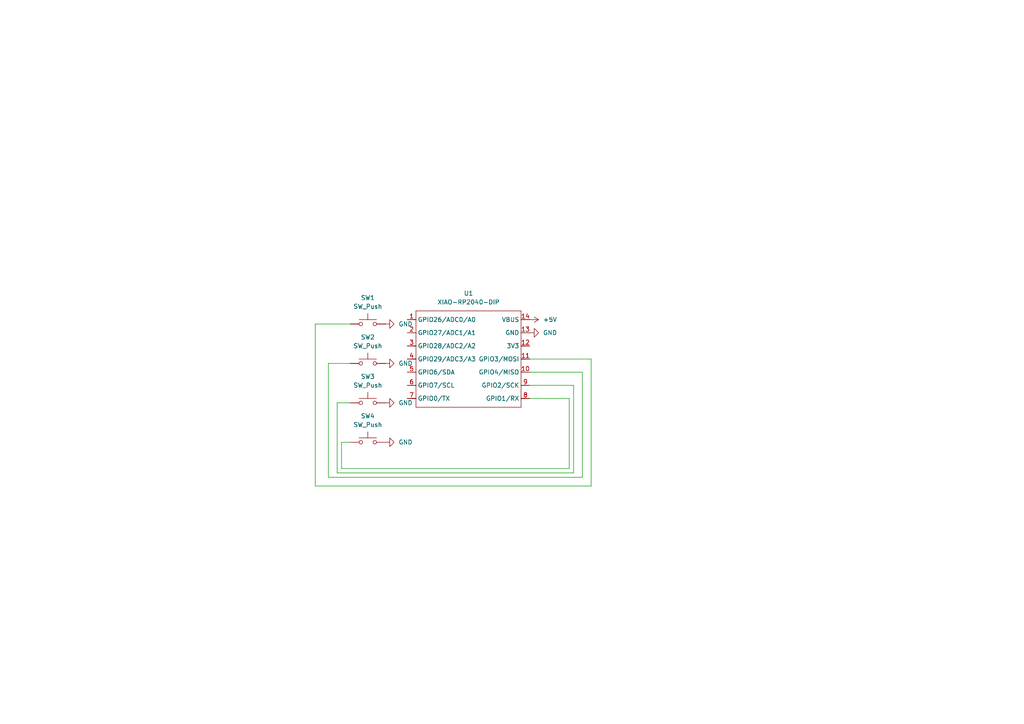
<source format=kicad_sch>
(kicad_sch
	(version 20250114)
	(generator "eeschema")
	(generator_version "9.0")
	(uuid "f2eab8d4-37c9-47e9-8764-35cc15621650")
	(paper "A4")
	(lib_symbols
		(symbol "Switch:SW_Push"
			(pin_numbers
				(hide yes)
			)
			(pin_names
				(offset 1.016)
				(hide yes)
			)
			(exclude_from_sim no)
			(in_bom yes)
			(on_board yes)
			(property "Reference" "SW"
				(at 1.27 2.54 0)
				(effects
					(font
						(size 1.27 1.27)
					)
					(justify left)
				)
			)
			(property "Value" "SW_Push"
				(at 0 -1.524 0)
				(effects
					(font
						(size 1.27 1.27)
					)
				)
			)
			(property "Footprint" ""
				(at 0 5.08 0)
				(effects
					(font
						(size 1.27 1.27)
					)
					(hide yes)
				)
			)
			(property "Datasheet" "~"
				(at 0 5.08 0)
				(effects
					(font
						(size 1.27 1.27)
					)
					(hide yes)
				)
			)
			(property "Description" "Push button switch, generic, two pins"
				(at 0 0 0)
				(effects
					(font
						(size 1.27 1.27)
					)
					(hide yes)
				)
			)
			(property "ki_keywords" "switch normally-open pushbutton push-button"
				(at 0 0 0)
				(effects
					(font
						(size 1.27 1.27)
					)
					(hide yes)
				)
			)
			(symbol "SW_Push_0_1"
				(circle
					(center -2.032 0)
					(radius 0.508)
					(stroke
						(width 0)
						(type default)
					)
					(fill
						(type none)
					)
				)
				(polyline
					(pts
						(xy 0 1.27) (xy 0 3.048)
					)
					(stroke
						(width 0)
						(type default)
					)
					(fill
						(type none)
					)
				)
				(circle
					(center 2.032 0)
					(radius 0.508)
					(stroke
						(width 0)
						(type default)
					)
					(fill
						(type none)
					)
				)
				(polyline
					(pts
						(xy 2.54 1.27) (xy -2.54 1.27)
					)
					(stroke
						(width 0)
						(type default)
					)
					(fill
						(type none)
					)
				)
				(pin passive line
					(at -5.08 0 0)
					(length 2.54)
					(name "1"
						(effects
							(font
								(size 1.27 1.27)
							)
						)
					)
					(number "1"
						(effects
							(font
								(size 1.27 1.27)
							)
						)
					)
				)
				(pin passive line
					(at 5.08 0 180)
					(length 2.54)
					(name "2"
						(effects
							(font
								(size 1.27 1.27)
							)
						)
					)
					(number "2"
						(effects
							(font
								(size 1.27 1.27)
							)
						)
					)
				)
			)
			(embedded_fonts no)
		)
		(symbol "macropad:XIAO-RP2040-DIP"
			(exclude_from_sim no)
			(in_bom yes)
			(on_board yes)
			(property "Reference" "U"
				(at 0 0 0)
				(effects
					(font
						(size 1.27 1.27)
					)
				)
			)
			(property "Value" "XIAO-RP2040-DIP"
				(at 5.334 -1.778 0)
				(effects
					(font
						(size 1.27 1.27)
					)
				)
			)
			(property "Footprint" "Module:MOUDLE14P-XIAO-DIP-SMD"
				(at 14.478 -32.258 0)
				(effects
					(font
						(size 1.27 1.27)
					)
					(hide yes)
				)
			)
			(property "Datasheet" ""
				(at 0 0 0)
				(effects
					(font
						(size 1.27 1.27)
					)
					(hide yes)
				)
			)
			(property "Description" ""
				(at 0 0 0)
				(effects
					(font
						(size 1.27 1.27)
					)
					(hide yes)
				)
			)
			(symbol "XIAO-RP2040-DIP_1_0"
				(polyline
					(pts
						(xy -1.27 -2.54) (xy 29.21 -2.54)
					)
					(stroke
						(width 0.1524)
						(type solid)
					)
					(fill
						(type none)
					)
				)
				(polyline
					(pts
						(xy -1.27 -5.08) (xy -2.54 -5.08)
					)
					(stroke
						(width 0.1524)
						(type solid)
					)
					(fill
						(type none)
					)
				)
				(polyline
					(pts
						(xy -1.27 -5.08) (xy -1.27 -2.54)
					)
					(stroke
						(width 0.1524)
						(type solid)
					)
					(fill
						(type none)
					)
				)
				(polyline
					(pts
						(xy -1.27 -8.89) (xy -2.54 -8.89)
					)
					(stroke
						(width 0.1524)
						(type solid)
					)
					(fill
						(type none)
					)
				)
				(polyline
					(pts
						(xy -1.27 -8.89) (xy -1.27 -5.08)
					)
					(stroke
						(width 0.1524)
						(type solid)
					)
					(fill
						(type none)
					)
				)
				(polyline
					(pts
						(xy -1.27 -12.7) (xy -2.54 -12.7)
					)
					(stroke
						(width 0.1524)
						(type solid)
					)
					(fill
						(type none)
					)
				)
				(polyline
					(pts
						(xy -1.27 -12.7) (xy -1.27 -8.89)
					)
					(stroke
						(width 0.1524)
						(type solid)
					)
					(fill
						(type none)
					)
				)
				(polyline
					(pts
						(xy -1.27 -16.51) (xy -2.54 -16.51)
					)
					(stroke
						(width 0.1524)
						(type solid)
					)
					(fill
						(type none)
					)
				)
				(polyline
					(pts
						(xy -1.27 -16.51) (xy -1.27 -12.7)
					)
					(stroke
						(width 0.1524)
						(type solid)
					)
					(fill
						(type none)
					)
				)
				(polyline
					(pts
						(xy -1.27 -20.32) (xy -2.54 -20.32)
					)
					(stroke
						(width 0.1524)
						(type solid)
					)
					(fill
						(type none)
					)
				)
				(polyline
					(pts
						(xy -1.27 -24.13) (xy -2.54 -24.13)
					)
					(stroke
						(width 0.1524)
						(type solid)
					)
					(fill
						(type none)
					)
				)
				(polyline
					(pts
						(xy -1.27 -27.94) (xy -2.54 -27.94)
					)
					(stroke
						(width 0.1524)
						(type solid)
					)
					(fill
						(type none)
					)
				)
				(polyline
					(pts
						(xy -1.27 -30.48) (xy -1.27 -16.51)
					)
					(stroke
						(width 0.1524)
						(type solid)
					)
					(fill
						(type none)
					)
				)
				(polyline
					(pts
						(xy 29.21 -2.54) (xy 29.21 -5.08)
					)
					(stroke
						(width 0.1524)
						(type solid)
					)
					(fill
						(type none)
					)
				)
				(polyline
					(pts
						(xy 29.21 -5.08) (xy 29.21 -8.89)
					)
					(stroke
						(width 0.1524)
						(type solid)
					)
					(fill
						(type none)
					)
				)
				(polyline
					(pts
						(xy 29.21 -8.89) (xy 29.21 -12.7)
					)
					(stroke
						(width 0.1524)
						(type solid)
					)
					(fill
						(type none)
					)
				)
				(polyline
					(pts
						(xy 29.21 -12.7) (xy 29.21 -30.48)
					)
					(stroke
						(width 0.1524)
						(type solid)
					)
					(fill
						(type none)
					)
				)
				(polyline
					(pts
						(xy 29.21 -30.48) (xy -1.27 -30.48)
					)
					(stroke
						(width 0.1524)
						(type solid)
					)
					(fill
						(type none)
					)
				)
				(polyline
					(pts
						(xy 30.48 -5.08) (xy 29.21 -5.08)
					)
					(stroke
						(width 0.1524)
						(type solid)
					)
					(fill
						(type none)
					)
				)
				(polyline
					(pts
						(xy 30.48 -8.89) (xy 29.21 -8.89)
					)
					(stroke
						(width 0.1524)
						(type solid)
					)
					(fill
						(type none)
					)
				)
				(polyline
					(pts
						(xy 30.48 -12.7) (xy 29.21 -12.7)
					)
					(stroke
						(width 0.1524)
						(type solid)
					)
					(fill
						(type none)
					)
				)
				(polyline
					(pts
						(xy 30.48 -16.51) (xy 29.21 -16.51)
					)
					(stroke
						(width 0.1524)
						(type solid)
					)
					(fill
						(type none)
					)
				)
				(polyline
					(pts
						(xy 30.48 -20.32) (xy 29.21 -20.32)
					)
					(stroke
						(width 0.1524)
						(type solid)
					)
					(fill
						(type none)
					)
				)
				(polyline
					(pts
						(xy 30.48 -24.13) (xy 29.21 -24.13)
					)
					(stroke
						(width 0.1524)
						(type solid)
					)
					(fill
						(type none)
					)
				)
				(polyline
					(pts
						(xy 30.48 -27.94) (xy 29.21 -27.94)
					)
					(stroke
						(width 0.1524)
						(type solid)
					)
					(fill
						(type none)
					)
				)
				(pin passive line
					(at -3.81 -5.08 0)
					(length 2.54)
					(name "GPIO26/ADC0/A0"
						(effects
							(font
								(size 1.27 1.27)
							)
						)
					)
					(number "1"
						(effects
							(font
								(size 1.27 1.27)
							)
						)
					)
				)
				(pin passive line
					(at -3.81 -8.89 0)
					(length 2.54)
					(name "GPIO27/ADC1/A1"
						(effects
							(font
								(size 1.27 1.27)
							)
						)
					)
					(number "2"
						(effects
							(font
								(size 1.27 1.27)
							)
						)
					)
				)
				(pin passive line
					(at -3.81 -12.7 0)
					(length 2.54)
					(name "GPIO28/ADC2/A2"
						(effects
							(font
								(size 1.27 1.27)
							)
						)
					)
					(number "3"
						(effects
							(font
								(size 1.27 1.27)
							)
						)
					)
				)
				(pin passive line
					(at -3.81 -16.51 0)
					(length 2.54)
					(name "GPIO29/ADC3/A3"
						(effects
							(font
								(size 1.27 1.27)
							)
						)
					)
					(number "4"
						(effects
							(font
								(size 1.27 1.27)
							)
						)
					)
				)
				(pin passive line
					(at -3.81 -20.32 0)
					(length 2.54)
					(name "GPIO6/SDA"
						(effects
							(font
								(size 1.27 1.27)
							)
						)
					)
					(number "5"
						(effects
							(font
								(size 1.27 1.27)
							)
						)
					)
				)
				(pin passive line
					(at -3.81 -24.13 0)
					(length 2.54)
					(name "GPIO7/SCL"
						(effects
							(font
								(size 1.27 1.27)
							)
						)
					)
					(number "6"
						(effects
							(font
								(size 1.27 1.27)
							)
						)
					)
				)
				(pin passive line
					(at -3.81 -27.94 0)
					(length 2.54)
					(name "GPIO0/TX"
						(effects
							(font
								(size 1.27 1.27)
							)
						)
					)
					(number "7"
						(effects
							(font
								(size 1.27 1.27)
							)
						)
					)
				)
				(pin passive line
					(at 31.75 -5.08 180)
					(length 2.54)
					(name "VBUS"
						(effects
							(font
								(size 1.27 1.27)
							)
						)
					)
					(number "14"
						(effects
							(font
								(size 1.27 1.27)
							)
						)
					)
				)
				(pin passive line
					(at 31.75 -8.89 180)
					(length 2.54)
					(name "GND"
						(effects
							(font
								(size 1.27 1.27)
							)
						)
					)
					(number "13"
						(effects
							(font
								(size 1.27 1.27)
							)
						)
					)
				)
				(pin passive line
					(at 31.75 -12.7 180)
					(length 2.54)
					(name "3V3"
						(effects
							(font
								(size 1.27 1.27)
							)
						)
					)
					(number "12"
						(effects
							(font
								(size 1.27 1.27)
							)
						)
					)
				)
				(pin passive line
					(at 31.75 -16.51 180)
					(length 2.54)
					(name "GPIO3/MOSI"
						(effects
							(font
								(size 1.27 1.27)
							)
						)
					)
					(number "11"
						(effects
							(font
								(size 1.27 1.27)
							)
						)
					)
				)
				(pin passive line
					(at 31.75 -20.32 180)
					(length 2.54)
					(name "GPIO4/MISO"
						(effects
							(font
								(size 1.27 1.27)
							)
						)
					)
					(number "10"
						(effects
							(font
								(size 1.27 1.27)
							)
						)
					)
				)
				(pin passive line
					(at 31.75 -24.13 180)
					(length 2.54)
					(name "GPIO2/SCK"
						(effects
							(font
								(size 1.27 1.27)
							)
						)
					)
					(number "9"
						(effects
							(font
								(size 1.27 1.27)
							)
						)
					)
				)
				(pin passive line
					(at 31.75 -27.94 180)
					(length 2.54)
					(name "GPIO1/RX"
						(effects
							(font
								(size 1.27 1.27)
							)
						)
					)
					(number "8"
						(effects
							(font
								(size 1.27 1.27)
							)
						)
					)
				)
			)
			(embedded_fonts no)
		)
		(symbol "power:+5V"
			(power)
			(pin_numbers
				(hide yes)
			)
			(pin_names
				(offset 0)
				(hide yes)
			)
			(exclude_from_sim no)
			(in_bom yes)
			(on_board yes)
			(property "Reference" "#PWR"
				(at 0 -3.81 0)
				(effects
					(font
						(size 1.27 1.27)
					)
					(hide yes)
				)
			)
			(property "Value" "+5V"
				(at 0 3.556 0)
				(effects
					(font
						(size 1.27 1.27)
					)
				)
			)
			(property "Footprint" ""
				(at 0 0 0)
				(effects
					(font
						(size 1.27 1.27)
					)
					(hide yes)
				)
			)
			(property "Datasheet" ""
				(at 0 0 0)
				(effects
					(font
						(size 1.27 1.27)
					)
					(hide yes)
				)
			)
			(property "Description" "Power symbol creates a global label with name \"+5V\""
				(at 0 0 0)
				(effects
					(font
						(size 1.27 1.27)
					)
					(hide yes)
				)
			)
			(property "ki_keywords" "global power"
				(at 0 0 0)
				(effects
					(font
						(size 1.27 1.27)
					)
					(hide yes)
				)
			)
			(symbol "+5V_0_1"
				(polyline
					(pts
						(xy -0.762 1.27) (xy 0 2.54)
					)
					(stroke
						(width 0)
						(type default)
					)
					(fill
						(type none)
					)
				)
				(polyline
					(pts
						(xy 0 2.54) (xy 0.762 1.27)
					)
					(stroke
						(width 0)
						(type default)
					)
					(fill
						(type none)
					)
				)
				(polyline
					(pts
						(xy 0 0) (xy 0 2.54)
					)
					(stroke
						(width 0)
						(type default)
					)
					(fill
						(type none)
					)
				)
			)
			(symbol "+5V_1_1"
				(pin power_in line
					(at 0 0 90)
					(length 0)
					(name "~"
						(effects
							(font
								(size 1.27 1.27)
							)
						)
					)
					(number "1"
						(effects
							(font
								(size 1.27 1.27)
							)
						)
					)
				)
			)
			(embedded_fonts no)
		)
		(symbol "power:GND"
			(power)
			(pin_numbers
				(hide yes)
			)
			(pin_names
				(offset 0)
				(hide yes)
			)
			(exclude_from_sim no)
			(in_bom yes)
			(on_board yes)
			(property "Reference" "#PWR"
				(at 0 -6.35 0)
				(effects
					(font
						(size 1.27 1.27)
					)
					(hide yes)
				)
			)
			(property "Value" "GND"
				(at 0 -3.81 0)
				(effects
					(font
						(size 1.27 1.27)
					)
				)
			)
			(property "Footprint" ""
				(at 0 0 0)
				(effects
					(font
						(size 1.27 1.27)
					)
					(hide yes)
				)
			)
			(property "Datasheet" ""
				(at 0 0 0)
				(effects
					(font
						(size 1.27 1.27)
					)
					(hide yes)
				)
			)
			(property "Description" "Power symbol creates a global label with name \"GND\" , ground"
				(at 0 0 0)
				(effects
					(font
						(size 1.27 1.27)
					)
					(hide yes)
				)
			)
			(property "ki_keywords" "global power"
				(at 0 0 0)
				(effects
					(font
						(size 1.27 1.27)
					)
					(hide yes)
				)
			)
			(symbol "GND_0_1"
				(polyline
					(pts
						(xy 0 0) (xy 0 -1.27) (xy 1.27 -1.27) (xy 0 -2.54) (xy -1.27 -1.27) (xy 0 -1.27)
					)
					(stroke
						(width 0)
						(type default)
					)
					(fill
						(type none)
					)
				)
			)
			(symbol "GND_1_1"
				(pin power_in line
					(at 0 0 270)
					(length 0)
					(name "~"
						(effects
							(font
								(size 1.27 1.27)
							)
						)
					)
					(number "1"
						(effects
							(font
								(size 1.27 1.27)
							)
						)
					)
				)
			)
			(embedded_fonts no)
		)
	)
	(wire
		(pts
			(xy 171.45 104.14) (xy 171.45 140.97)
		)
		(stroke
			(width 0)
			(type default)
		)
		(uuid "14d18499-a581-4a32-a766-e388fe3f9038")
	)
	(wire
		(pts
			(xy 171.45 140.97) (xy 91.44 140.97)
		)
		(stroke
			(width 0)
			(type default)
		)
		(uuid "20d21836-47b2-4ac3-851f-71dac71555a2")
	)
	(wire
		(pts
			(xy 153.67 104.14) (xy 171.45 104.14)
		)
		(stroke
			(width 0)
			(type default)
		)
		(uuid "25fb12d2-0784-4f92-a309-97e6b936e809")
	)
	(wire
		(pts
			(xy 153.67 115.57) (xy 165.1 115.57)
		)
		(stroke
			(width 0)
			(type default)
		)
		(uuid "3662c1c7-257a-415e-9611-c788eba5bf36")
	)
	(wire
		(pts
			(xy 99.06 128.27) (xy 101.6 128.27)
		)
		(stroke
			(width 0)
			(type default)
		)
		(uuid "3924e089-b060-4ed0-a8d0-b7bfd98620a7")
	)
	(wire
		(pts
			(xy 99.06 135.89) (xy 99.06 128.27)
		)
		(stroke
			(width 0)
			(type default)
		)
		(uuid "3f2002bf-da27-4562-a749-70107f552b8b")
	)
	(wire
		(pts
			(xy 165.1 135.89) (xy 99.06 135.89)
		)
		(stroke
			(width 0)
			(type default)
		)
		(uuid "4d1f02fa-b38f-4d34-9fca-69d8175ada56")
	)
	(wire
		(pts
			(xy 168.91 107.95) (xy 168.91 138.43)
		)
		(stroke
			(width 0)
			(type default)
		)
		(uuid "5c7ab1cc-5a3f-4af9-b636-a4a300e4b99d")
	)
	(wire
		(pts
			(xy 97.79 137.16) (xy 97.79 116.84)
		)
		(stroke
			(width 0)
			(type default)
		)
		(uuid "8325b7aa-a57a-4a36-97c5-7e32fd05c321")
	)
	(wire
		(pts
			(xy 91.44 93.98) (xy 101.6 93.98)
		)
		(stroke
			(width 0)
			(type default)
		)
		(uuid "8b1d11cc-a0f0-4805-b9f8-e960a9c71964")
	)
	(wire
		(pts
			(xy 97.79 116.84) (xy 101.6 116.84)
		)
		(stroke
			(width 0)
			(type default)
		)
		(uuid "9909bc59-05a2-46b1-b830-db44e0f0e994")
	)
	(wire
		(pts
			(xy 168.91 138.43) (xy 95.25 138.43)
		)
		(stroke
			(width 0)
			(type default)
		)
		(uuid "a9ee21c2-7d69-4744-8540-a4326dd02379")
	)
	(wire
		(pts
			(xy 95.25 105.41) (xy 101.6 105.41)
		)
		(stroke
			(width 0)
			(type default)
		)
		(uuid "ab95e4bf-36d4-4296-b6d2-8267a7f6c8f6")
	)
	(wire
		(pts
			(xy 166.37 111.76) (xy 166.37 137.16)
		)
		(stroke
			(width 0)
			(type default)
		)
		(uuid "b27a04ec-5fa4-4ace-9330-218bc82e593e")
	)
	(wire
		(pts
			(xy 153.67 111.76) (xy 166.37 111.76)
		)
		(stroke
			(width 0)
			(type default)
		)
		(uuid "cca96337-48f5-4f85-ab12-5e5b509a1b2b")
	)
	(wire
		(pts
			(xy 95.25 138.43) (xy 95.25 105.41)
		)
		(stroke
			(width 0)
			(type default)
		)
		(uuid "cedc18f9-b3da-4896-91cc-acee2769e872")
	)
	(wire
		(pts
			(xy 91.44 140.97) (xy 91.44 93.98)
		)
		(stroke
			(width 0)
			(type default)
		)
		(uuid "dbbef740-1204-4f3e-96b1-5bf0eb8805ea")
	)
	(wire
		(pts
			(xy 153.67 107.95) (xy 168.91 107.95)
		)
		(stroke
			(width 0)
			(type default)
		)
		(uuid "e4b25766-1d82-479e-8134-d1aca15289ec")
	)
	(wire
		(pts
			(xy 165.1 115.57) (xy 165.1 135.89)
		)
		(stroke
			(width 0)
			(type default)
		)
		(uuid "f98056a0-3232-4c5a-aec9-08e81ab5fe42")
	)
	(wire
		(pts
			(xy 166.37 137.16) (xy 97.79 137.16)
		)
		(stroke
			(width 0)
			(type default)
		)
		(uuid "fa6dc751-7bb5-451f-b3ad-e6c88685f6e5")
	)
	(symbol
		(lib_id "power:GND")
		(at 111.76 128.27 90)
		(unit 1)
		(exclude_from_sim no)
		(in_bom yes)
		(on_board yes)
		(dnp no)
		(fields_autoplaced yes)
		(uuid "0a70c51c-aac6-448e-a3d7-eaf66ce91745")
		(property "Reference" "#PWR08"
			(at 118.11 128.27 0)
			(effects
				(font
					(size 1.27 1.27)
				)
				(hide yes)
			)
		)
		(property "Value" "GND"
			(at 115.57 128.2699 90)
			(effects
				(font
					(size 1.27 1.27)
				)
				(justify right)
			)
		)
		(property "Footprint" ""
			(at 111.76 128.27 0)
			(effects
				(font
					(size 1.27 1.27)
				)
				(hide yes)
			)
		)
		(property "Datasheet" ""
			(at 111.76 128.27 0)
			(effects
				(font
					(size 1.27 1.27)
				)
				(hide yes)
			)
		)
		(property "Description" "Power symbol creates a global label with name \"GND\" , ground"
			(at 111.76 128.27 0)
			(effects
				(font
					(size 1.27 1.27)
				)
				(hide yes)
			)
		)
		(pin "1"
			(uuid "7d7a8219-0507-4c0a-847c-ed3d057599c5")
		)
		(instances
			(project "macropad"
				(path "/f2eab8d4-37c9-47e9-8764-35cc15621650"
					(reference "#PWR08")
					(unit 1)
				)
			)
		)
	)
	(symbol
		(lib_id "power:GND")
		(at 111.76 93.98 90)
		(unit 1)
		(exclude_from_sim no)
		(in_bom yes)
		(on_board yes)
		(dnp no)
		(fields_autoplaced yes)
		(uuid "2334371e-5049-403f-826f-3399949592c0")
		(property "Reference" "#PWR04"
			(at 118.11 93.98 0)
			(effects
				(font
					(size 1.27 1.27)
				)
				(hide yes)
			)
		)
		(property "Value" "GND"
			(at 115.57 93.9799 90)
			(effects
				(font
					(size 1.27 1.27)
				)
				(justify right)
			)
		)
		(property "Footprint" ""
			(at 111.76 93.98 0)
			(effects
				(font
					(size 1.27 1.27)
				)
				(hide yes)
			)
		)
		(property "Datasheet" ""
			(at 111.76 93.98 0)
			(effects
				(font
					(size 1.27 1.27)
				)
				(hide yes)
			)
		)
		(property "Description" "Power symbol creates a global label with name \"GND\" , ground"
			(at 111.76 93.98 0)
			(effects
				(font
					(size 1.27 1.27)
				)
				(hide yes)
			)
		)
		(pin "1"
			(uuid "e3c48a7b-56d8-420d-8eda-12f8be07691b")
		)
		(instances
			(project ""
				(path "/f2eab8d4-37c9-47e9-8764-35cc15621650"
					(reference "#PWR04")
					(unit 1)
				)
			)
		)
	)
	(symbol
		(lib_id "power:GND")
		(at 111.76 105.41 90)
		(unit 1)
		(exclude_from_sim no)
		(in_bom yes)
		(on_board yes)
		(dnp no)
		(fields_autoplaced yes)
		(uuid "556d92a9-2ec4-4cec-8afe-54a01b33a237")
		(property "Reference" "#PWR06"
			(at 118.11 105.41 0)
			(effects
				(font
					(size 1.27 1.27)
				)
				(hide yes)
			)
		)
		(property "Value" "GND"
			(at 115.57 105.4099 90)
			(effects
				(font
					(size 1.27 1.27)
				)
				(justify right)
			)
		)
		(property "Footprint" ""
			(at 111.76 105.41 0)
			(effects
				(font
					(size 1.27 1.27)
				)
				(hide yes)
			)
		)
		(property "Datasheet" ""
			(at 111.76 105.41 0)
			(effects
				(font
					(size 1.27 1.27)
				)
				(hide yes)
			)
		)
		(property "Description" "Power symbol creates a global label with name \"GND\" , ground"
			(at 111.76 105.41 0)
			(effects
				(font
					(size 1.27 1.27)
				)
				(hide yes)
			)
		)
		(pin "1"
			(uuid "d927ba18-2d52-472e-af44-56fa814d736f")
		)
		(instances
			(project "macropad"
				(path "/f2eab8d4-37c9-47e9-8764-35cc15621650"
					(reference "#PWR06")
					(unit 1)
				)
			)
		)
	)
	(symbol
		(lib_id "Switch:SW_Push")
		(at 106.68 128.27 0)
		(unit 1)
		(exclude_from_sim no)
		(in_bom yes)
		(on_board yes)
		(dnp no)
		(fields_autoplaced yes)
		(uuid "5a3e8fe0-bc95-4e92-a7b5-6680ae4afc55")
		(property "Reference" "SW4"
			(at 106.68 120.65 0)
			(effects
				(font
					(size 1.27 1.27)
				)
			)
		)
		(property "Value" "SW_Push"
			(at 106.68 123.19 0)
			(effects
				(font
					(size 1.27 1.27)
				)
			)
		)
		(property "Footprint" "Button_Switch_Keyboard:SW_Cherry_MX_1.00u_PCB"
			(at 106.68 123.19 0)
			(effects
				(font
					(size 1.27 1.27)
				)
				(hide yes)
			)
		)
		(property "Datasheet" "~"
			(at 106.68 123.19 0)
			(effects
				(font
					(size 1.27 1.27)
				)
				(hide yes)
			)
		)
		(property "Description" "Push button switch, generic, two pins"
			(at 106.68 128.27 0)
			(effects
				(font
					(size 1.27 1.27)
				)
				(hide yes)
			)
		)
		(pin "2"
			(uuid "93adb31e-8ac4-4c4d-a641-b853574a2700")
		)
		(pin "1"
			(uuid "f39744a8-f24a-49c9-af29-6453a28ab0c3")
		)
		(instances
			(project "macropad"
				(path "/f2eab8d4-37c9-47e9-8764-35cc15621650"
					(reference "SW4")
					(unit 1)
				)
			)
		)
	)
	(symbol
		(lib_id "Switch:SW_Push")
		(at 106.68 105.41 0)
		(unit 1)
		(exclude_from_sim no)
		(in_bom yes)
		(on_board yes)
		(dnp no)
		(fields_autoplaced yes)
		(uuid "5e8effd8-63cf-4325-ad0d-36d7511418a9")
		(property "Reference" "SW2"
			(at 106.68 97.79 0)
			(effects
				(font
					(size 1.27 1.27)
				)
			)
		)
		(property "Value" "SW_Push"
			(at 106.68 100.33 0)
			(effects
				(font
					(size 1.27 1.27)
				)
			)
		)
		(property "Footprint" "Button_Switch_Keyboard:SW_Cherry_MX_1.00u_PCB"
			(at 106.68 100.33 0)
			(effects
				(font
					(size 1.27 1.27)
				)
				(hide yes)
			)
		)
		(property "Datasheet" "~"
			(at 106.68 100.33 0)
			(effects
				(font
					(size 1.27 1.27)
				)
				(hide yes)
			)
		)
		(property "Description" "Push button switch, generic, two pins"
			(at 106.68 105.41 0)
			(effects
				(font
					(size 1.27 1.27)
				)
				(hide yes)
			)
		)
		(pin "2"
			(uuid "65bc6e5c-6cb0-4fcd-a1be-c00ded988f09")
		)
		(pin "1"
			(uuid "73a2acd8-a9ca-45b1-a4f2-5a23ec13f7d4")
		)
		(instances
			(project "macropad"
				(path "/f2eab8d4-37c9-47e9-8764-35cc15621650"
					(reference "SW2")
					(unit 1)
				)
			)
		)
	)
	(symbol
		(lib_id "power:GND")
		(at 111.76 116.84 90)
		(unit 1)
		(exclude_from_sim no)
		(in_bom yes)
		(on_board yes)
		(dnp no)
		(fields_autoplaced yes)
		(uuid "7c037f98-287e-4cfd-8b4c-ca716e33236f")
		(property "Reference" "#PWR07"
			(at 118.11 116.84 0)
			(effects
				(font
					(size 1.27 1.27)
				)
				(hide yes)
			)
		)
		(property "Value" "GND"
			(at 115.57 116.8399 90)
			(effects
				(font
					(size 1.27 1.27)
				)
				(justify right)
			)
		)
		(property "Footprint" ""
			(at 111.76 116.84 0)
			(effects
				(font
					(size 1.27 1.27)
				)
				(hide yes)
			)
		)
		(property "Datasheet" ""
			(at 111.76 116.84 0)
			(effects
				(font
					(size 1.27 1.27)
				)
				(hide yes)
			)
		)
		(property "Description" "Power symbol creates a global label with name \"GND\" , ground"
			(at 111.76 116.84 0)
			(effects
				(font
					(size 1.27 1.27)
				)
				(hide yes)
			)
		)
		(pin "1"
			(uuid "1f563d26-8d9a-4ba3-8d75-74fe936115c3")
		)
		(instances
			(project "macropad"
				(path "/f2eab8d4-37c9-47e9-8764-35cc15621650"
					(reference "#PWR07")
					(unit 1)
				)
			)
		)
	)
	(symbol
		(lib_id "macropad:XIAO-RP2040-DIP")
		(at 121.92 87.63 0)
		(unit 1)
		(exclude_from_sim no)
		(in_bom yes)
		(on_board yes)
		(dnp no)
		(fields_autoplaced yes)
		(uuid "8f0d8d2f-f3ec-4bea-b88d-5ccfdd5be1ea")
		(property "Reference" "U1"
			(at 135.89 85.09 0)
			(effects
				(font
					(size 1.27 1.27)
				)
			)
		)
		(property "Value" "XIAO-RP2040-DIP"
			(at 135.89 87.63 0)
			(effects
				(font
					(size 1.27 1.27)
				)
			)
		)
		(property "Footprint" "macropad:XIAO-RP2040-DIP"
			(at 136.398 119.888 0)
			(effects
				(font
					(size 1.27 1.27)
				)
				(hide yes)
			)
		)
		(property "Datasheet" ""
			(at 121.92 87.63 0)
			(effects
				(font
					(size 1.27 1.27)
				)
				(hide yes)
			)
		)
		(property "Description" ""
			(at 121.92 87.63 0)
			(effects
				(font
					(size 1.27 1.27)
				)
				(hide yes)
			)
		)
		(pin "10"
			(uuid "9e67de1e-d9df-4c0c-b691-08f77ef5a55a")
		)
		(pin "13"
			(uuid "378adecc-8b6f-4d81-866a-2da74a19fb2d")
		)
		(pin "12"
			(uuid "faef7713-61cb-4846-bb28-8810794b492a")
		)
		(pin "9"
			(uuid "2deccc35-03ab-4437-8791-f6c2b76ac76f")
		)
		(pin "4"
			(uuid "08933ce4-5d1b-43ea-a9bf-693d9a3d0bf8")
		)
		(pin "14"
			(uuid "ae713566-33e5-4022-9770-94c11bb9ba42")
		)
		(pin "1"
			(uuid "191bbad0-cae6-46d3-a8e0-f69af9c22834")
		)
		(pin "2"
			(uuid "8bbba05b-b86a-4dda-9e22-055c70cb9a7a")
		)
		(pin "3"
			(uuid "bed1800d-663f-48fc-9bd8-d1568e3a1e93")
		)
		(pin "7"
			(uuid "aefeb4dd-26f1-4bb8-a20f-ccaafc59e752")
		)
		(pin "5"
			(uuid "3f71f0a7-b12f-4130-b35f-5a81e1f78c8c")
		)
		(pin "6"
			(uuid "d1eeb8b7-61f5-4c8b-b53e-becb9cbe7ba9")
		)
		(pin "11"
			(uuid "9ff43688-2495-41d0-adbb-f138289a50cb")
		)
		(pin "8"
			(uuid "89dff8e1-86b8-4bf6-90f3-32b2d8c509e2")
		)
		(instances
			(project ""
				(path "/f2eab8d4-37c9-47e9-8764-35cc15621650"
					(reference "U1")
					(unit 1)
				)
			)
		)
	)
	(symbol
		(lib_id "Switch:SW_Push")
		(at 106.68 93.98 0)
		(unit 1)
		(exclude_from_sim no)
		(in_bom yes)
		(on_board yes)
		(dnp no)
		(fields_autoplaced yes)
		(uuid "90732988-13c3-4dd2-801d-a95ba0b29a10")
		(property "Reference" "SW1"
			(at 106.68 86.36 0)
			(effects
				(font
					(size 1.27 1.27)
				)
			)
		)
		(property "Value" "SW_Push"
			(at 106.68 88.9 0)
			(effects
				(font
					(size 1.27 1.27)
				)
			)
		)
		(property "Footprint" "Button_Switch_Keyboard:SW_Cherry_MX_1.00u_PCB"
			(at 106.68 88.9 0)
			(effects
				(font
					(size 1.27 1.27)
				)
				(hide yes)
			)
		)
		(property "Datasheet" "~"
			(at 106.68 88.9 0)
			(effects
				(font
					(size 1.27 1.27)
				)
				(hide yes)
			)
		)
		(property "Description" "Push button switch, generic, two pins"
			(at 106.68 93.98 0)
			(effects
				(font
					(size 1.27 1.27)
				)
				(hide yes)
			)
		)
		(pin "2"
			(uuid "6baa0693-48c6-4f63-a3e1-96fe62f0a035")
		)
		(pin "1"
			(uuid "62dbfc77-4e39-403d-a345-c0d6bddd6dbd")
		)
		(instances
			(project ""
				(path "/f2eab8d4-37c9-47e9-8764-35cc15621650"
					(reference "SW1")
					(unit 1)
				)
			)
		)
	)
	(symbol
		(lib_id "Switch:SW_Push")
		(at 106.68 116.84 0)
		(unit 1)
		(exclude_from_sim no)
		(in_bom yes)
		(on_board yes)
		(dnp no)
		(fields_autoplaced yes)
		(uuid "9b219143-bb59-4374-8955-92cbbd130d65")
		(property "Reference" "SW3"
			(at 106.68 109.22 0)
			(effects
				(font
					(size 1.27 1.27)
				)
			)
		)
		(property "Value" "SW_Push"
			(at 106.68 111.76 0)
			(effects
				(font
					(size 1.27 1.27)
				)
			)
		)
		(property "Footprint" "Button_Switch_Keyboard:SW_Cherry_MX_1.00u_PCB"
			(at 106.68 111.76 0)
			(effects
				(font
					(size 1.27 1.27)
				)
				(hide yes)
			)
		)
		(property "Datasheet" "~"
			(at 106.68 111.76 0)
			(effects
				(font
					(size 1.27 1.27)
				)
				(hide yes)
			)
		)
		(property "Description" "Push button switch, generic, two pins"
			(at 106.68 116.84 0)
			(effects
				(font
					(size 1.27 1.27)
				)
				(hide yes)
			)
		)
		(pin "2"
			(uuid "9d84b464-d9d5-4b06-bba5-2f5a078d696a")
		)
		(pin "1"
			(uuid "d0ee38c2-59dc-44c3-8b69-548cc73c15d7")
		)
		(instances
			(project "macropad"
				(path "/f2eab8d4-37c9-47e9-8764-35cc15621650"
					(reference "SW3")
					(unit 1)
				)
			)
		)
	)
	(symbol
		(lib_id "power:+5V")
		(at 153.67 92.71 270)
		(unit 1)
		(exclude_from_sim no)
		(in_bom yes)
		(on_board yes)
		(dnp no)
		(fields_autoplaced yes)
		(uuid "9b70b9fc-8d40-46d2-8bba-8d03400a6119")
		(property "Reference" "#PWR03"
			(at 149.86 92.71 0)
			(effects
				(font
					(size 1.27 1.27)
				)
				(hide yes)
			)
		)
		(property "Value" "+5V"
			(at 157.48 92.7099 90)
			(effects
				(font
					(size 1.27 1.27)
				)
				(justify left)
			)
		)
		(property "Footprint" ""
			(at 153.67 92.71 0)
			(effects
				(font
					(size 1.27 1.27)
				)
				(hide yes)
			)
		)
		(property "Datasheet" ""
			(at 153.67 92.71 0)
			(effects
				(font
					(size 1.27 1.27)
				)
				(hide yes)
			)
		)
		(property "Description" "Power symbol creates a global label with name \"+5V\""
			(at 153.67 92.71 0)
			(effects
				(font
					(size 1.27 1.27)
				)
				(hide yes)
			)
		)
		(pin "1"
			(uuid "8defab68-ff4e-49f3-88cc-75a24cfc1bf7")
		)
		(instances
			(project ""
				(path "/f2eab8d4-37c9-47e9-8764-35cc15621650"
					(reference "#PWR03")
					(unit 1)
				)
			)
		)
	)
	(symbol
		(lib_id "power:GND")
		(at 153.67 96.52 90)
		(unit 1)
		(exclude_from_sim no)
		(in_bom yes)
		(on_board yes)
		(dnp no)
		(fields_autoplaced yes)
		(uuid "bf80968a-671f-4c0a-a376-4a7a6b2723d0")
		(property "Reference" "#PWR05"
			(at 160.02 96.52 0)
			(effects
				(font
					(size 1.27 1.27)
				)
				(hide yes)
			)
		)
		(property "Value" "GND"
			(at 157.48 96.5199 90)
			(effects
				(font
					(size 1.27 1.27)
				)
				(justify right)
			)
		)
		(property "Footprint" ""
			(at 153.67 96.52 0)
			(effects
				(font
					(size 1.27 1.27)
				)
				(hide yes)
			)
		)
		(property "Datasheet" ""
			(at 153.67 96.52 0)
			(effects
				(font
					(size 1.27 1.27)
				)
				(hide yes)
			)
		)
		(property "Description" "Power symbol creates a global label with name \"GND\" , ground"
			(at 153.67 96.52 0)
			(effects
				(font
					(size 1.27 1.27)
				)
				(hide yes)
			)
		)
		(pin "1"
			(uuid "34237b4d-4538-4420-97b7-697386758649")
		)
		(instances
			(project ""
				(path "/f2eab8d4-37c9-47e9-8764-35cc15621650"
					(reference "#PWR05")
					(unit 1)
				)
			)
		)
	)
	(sheet_instances
		(path "/"
			(page "1")
		)
	)
	(embedded_fonts no)
)

</source>
